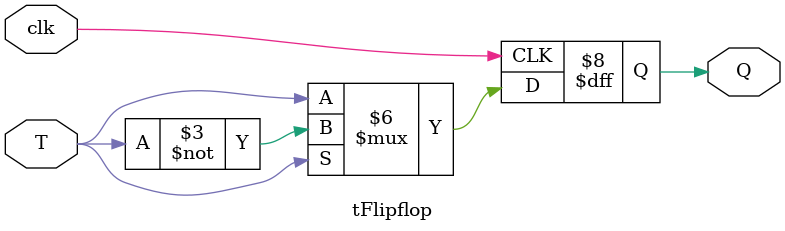
<source format=v>
module tFlipflop(clk, T, Q);
	input clk, T;
	output Q;
	reg Q = 0;
	
	always @ (posedge clk) begin
		if (T == 1)
			Q = ~T;
		else
			Q = T;
	end
endmodule
</source>
